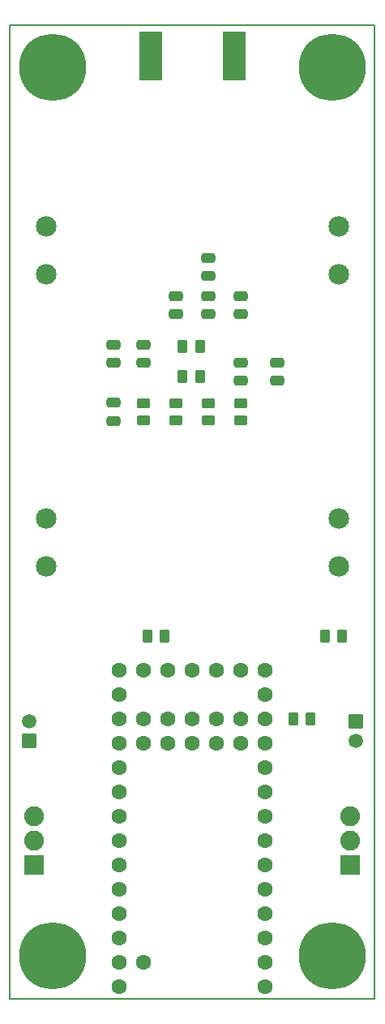
<source format=gbs>
G04 #@! TF.GenerationSoftware,KiCad,Pcbnew,9.0.6*
G04 #@! TF.CreationDate,2025-12-24T12:42:27-06:00*
G04 #@! TF.ProjectId,TVC,5456432e-6b69-4636-9164-5f7063625858,rev?*
G04 #@! TF.SameCoordinates,Original*
G04 #@! TF.FileFunction,Soldermask,Bot*
G04 #@! TF.FilePolarity,Negative*
%FSLAX46Y46*%
G04 Gerber Fmt 4.6, Leading zero omitted, Abs format (unit mm)*
G04 Created by KiCad (PCBNEW 9.0.6) date 2025-12-24 12:42:27*
%MOMM*%
%LPD*%
G01*
G04 APERTURE LIST*
G04 Aperture macros list*
%AMRoundRect*
0 Rectangle with rounded corners*
0 $1 Rounding radius*
0 $2 $3 $4 $5 $6 $7 $8 $9 X,Y pos of 4 corners*
0 Add a 4 corners polygon primitive as box body*
4,1,4,$2,$3,$4,$5,$6,$7,$8,$9,$2,$3,0*
0 Add four circle primitives for the rounded corners*
1,1,$1+$1,$2,$3*
1,1,$1+$1,$4,$5*
1,1,$1+$1,$6,$7*
1,1,$1+$1,$8,$9*
0 Add four rect primitives between the rounded corners*
20,1,$1+$1,$2,$3,$4,$5,0*
20,1,$1+$1,$4,$5,$6,$7,0*
20,1,$1+$1,$6,$7,$8,$9,0*
20,1,$1+$1,$8,$9,$2,$3,0*%
G04 Aperture macros list end*
%ADD10C,2.154000*%
%ADD11C,7.000000*%
%ADD12RoundRect,0.102000X-0.654000X0.654000X-0.654000X-0.654000X0.654000X-0.654000X0.654000X0.654000X0*%
%ADD13C,1.512000*%
%ADD14R,2.420000X5.080000*%
%ADD15C,1.600000*%
%ADD16RoundRect,0.102000X0.937500X-0.937500X0.937500X0.937500X-0.937500X0.937500X-0.937500X-0.937500X0*%
%ADD17C,2.079000*%
%ADD18RoundRect,0.102000X0.654000X-0.654000X0.654000X0.654000X-0.654000X0.654000X-0.654000X-0.654000X0*%
%ADD19RoundRect,0.250000X-0.475000X0.250000X-0.475000X-0.250000X0.475000X-0.250000X0.475000X0.250000X0*%
%ADD20RoundRect,0.250000X0.475000X-0.250000X0.475000X0.250000X-0.475000X0.250000X-0.475000X-0.250000X0*%
%ADD21RoundRect,0.250000X-0.262500X-0.450000X0.262500X-0.450000X0.262500X0.450000X-0.262500X0.450000X0*%
%ADD22RoundRect,0.250000X0.450000X-0.262500X0.450000X0.262500X-0.450000X0.262500X-0.450000X-0.262500X0*%
%ADD23RoundRect,0.250000X0.262500X0.450000X-0.262500X0.450000X-0.262500X-0.450000X0.262500X-0.450000X0*%
G04 #@! TA.AperFunction,Profile*
%ADD24C,0.200000*%
G04 #@! TD*
G04 APERTURE END LIST*
D10*
X162814000Y-101640000D03*
X162814000Y-106640000D03*
X162814000Y-76160000D03*
X162814000Y-71160000D03*
X132321250Y-106640000D03*
X132321250Y-101640000D03*
D11*
X132956250Y-54610000D03*
D12*
X130501250Y-124825000D03*
D13*
X130501250Y-122825000D03*
D14*
X151921250Y-53415000D03*
X143161250Y-53415000D03*
D15*
X155181250Y-150495000D03*
X155181250Y-147955000D03*
X155181250Y-145415000D03*
X155181250Y-142875000D03*
X155181250Y-140335000D03*
X155181250Y-137795000D03*
X155181250Y-135255000D03*
X155181250Y-132715000D03*
X155181250Y-130175000D03*
X155181250Y-127635000D03*
X155181250Y-125095000D03*
X155181250Y-122555000D03*
X155181250Y-120015000D03*
X155181250Y-117475000D03*
X152641250Y-117475000D03*
X150101250Y-117475000D03*
X147561250Y-117475000D03*
X145021250Y-117475000D03*
X142481250Y-117475000D03*
X139941250Y-117475000D03*
X139941250Y-120015000D03*
X139941250Y-122555000D03*
X139941250Y-125095000D03*
X139941250Y-127635000D03*
X139941250Y-130175000D03*
X139941250Y-132715000D03*
X139941250Y-135255000D03*
X139941250Y-137795000D03*
X139941250Y-140335000D03*
X139941250Y-142875000D03*
X139941250Y-145415000D03*
X139941250Y-147955000D03*
X139941250Y-150495000D03*
X142481250Y-147955000D03*
X142481250Y-122555000D03*
X142481250Y-125095000D03*
X145021250Y-122555000D03*
X145021250Y-125095000D03*
X147561250Y-122555000D03*
X147561250Y-125095000D03*
X150101250Y-122555000D03*
X150101250Y-125095000D03*
X152641250Y-122555000D03*
X152641250Y-125095000D03*
D11*
X162166250Y-54610000D03*
X162166250Y-147320000D03*
D10*
X132321250Y-76160000D03*
X132321250Y-71160000D03*
D16*
X131051250Y-137795000D03*
D17*
X131051250Y-135255000D03*
X131051250Y-132715000D03*
D11*
X132956250Y-147320000D03*
D16*
X164071250Y-137795000D03*
D17*
X164071250Y-135255000D03*
X164071250Y-132715000D03*
D18*
X164621250Y-122825000D03*
D13*
X164621250Y-124825000D03*
D19*
X149254584Y-78425000D03*
X149254584Y-80325000D03*
D20*
X142481250Y-85405000D03*
X142481250Y-83505000D03*
X149254584Y-76388000D03*
X149254584Y-74488000D03*
D21*
X146521750Y-86868000D03*
X148346750Y-86868000D03*
D19*
X152641250Y-78425000D03*
X152641250Y-80325000D03*
D20*
X139306250Y-91477500D03*
X139306250Y-89577500D03*
D21*
X142838750Y-113919000D03*
X144663750Y-113919000D03*
X146521750Y-83693000D03*
X148346750Y-83693000D03*
D22*
X152641250Y-91440000D03*
X152641250Y-89615000D03*
D19*
X145867917Y-78425000D03*
X145867917Y-80325000D03*
X152641250Y-85410000D03*
X152641250Y-87310000D03*
D20*
X139306250Y-85405000D03*
X139306250Y-83505000D03*
D22*
X145867917Y-91440000D03*
X145867917Y-89615000D03*
X149254583Y-91440000D03*
X149254583Y-89615000D03*
D20*
X156451250Y-87310000D03*
X156451250Y-85410000D03*
D22*
X142481250Y-91440000D03*
X142481250Y-89615000D03*
D23*
X159903750Y-122555000D03*
X158078750Y-122555000D03*
D21*
X161380750Y-113919000D03*
X163205750Y-113919000D03*
D24*
X128511250Y-50165000D02*
X166611250Y-50165000D01*
X166611250Y-151765000D01*
X128511250Y-151765000D01*
X128511250Y-50165000D01*
M02*

</source>
